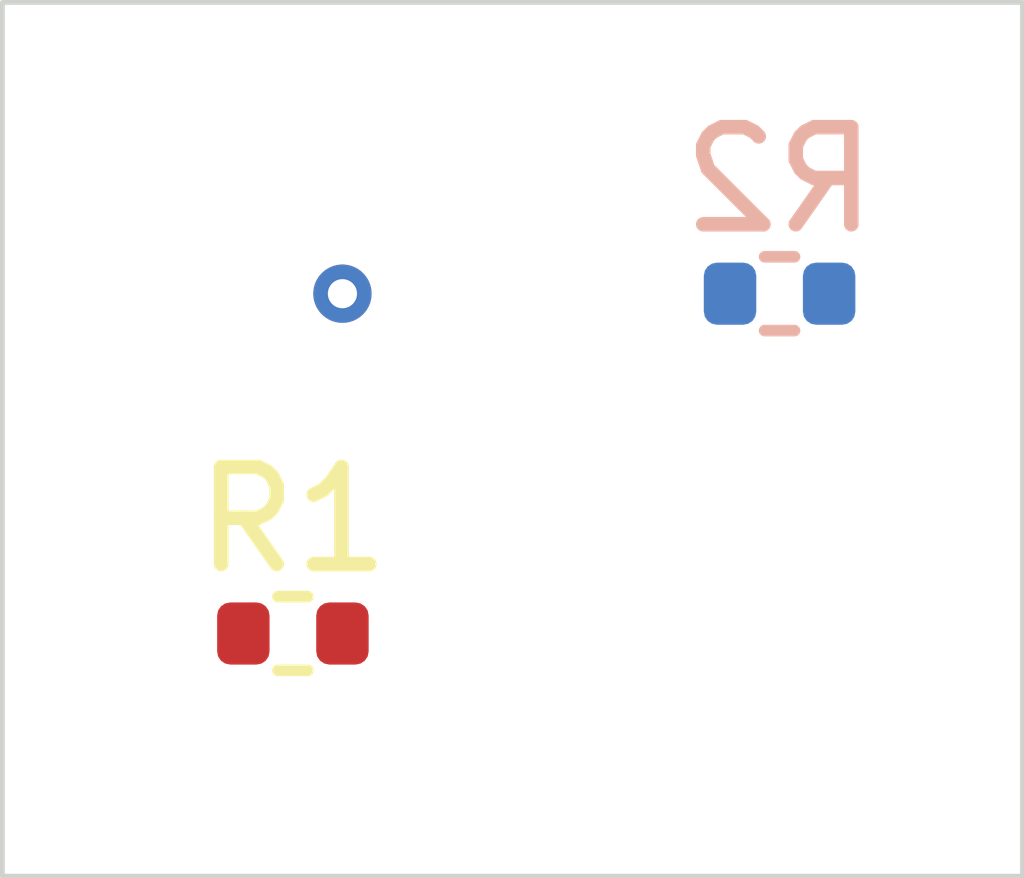
<source format=kicad_pcb>
(kicad_pcb (version 20241229) (generator "pcbnew") (generator_version "9.0")
  (layers (0 "F.Cu" signal) (2 "B.Cu" signal) (13 "F.Paste" user) (15 "B.Paste" user) (5 "F.SilkS" user "F.Silkscreen") (7 "B.SilkS" user "B.Silkscreen") (1 "F.Mask" user) (3 "B.Mask" user) (25 "Edge.Cuts" user))
  (net 0 "")
  (net 2 "Net-(R1-Pad1)")
  (footprint "Resistor_SMD:R_0402_1005Metric" (layer "F.Cu") (at 95.49 73.5)
    (property "Reference" "R1" (at 0 -1.17 0) (layer "F.SilkS"))
    (property "Value" "R")
    (fp_line (start -0.153641 -0.38) (end 0.153641 -0.38) (stroke (width 0.12)) (layer "F.SilkS"))
    (fp_line (start -0.153641 0.38) (end 0.153641 0.38) (stroke (width 0.12)) (layer "F.SilkS"))
    (pad "1" smd roundrect (at -0.51 0) (size 0.54 0.64) (layers "F.Cu" "F.Mask" "F.Paste") (net 2 "Net-(R1-Pad1)"))
    (pad "2" smd roundrect (at 0.51 0) (size 0.54 0.64) (layers "F.Cu" "F.Mask" "F.Paste"))
  )
  (footprint "Resistor_SMD:R_0402_1005Metric" (layer "B.Cu") (at 100.5 70 180)
    (property "Reference" "R2" (at 0 1.17 0) (layer "B.SilkS") (effects (justify mirror)))
    (property "Value" "R")
    (fp_line (start -0.153641 0.38) (end 0.153641 0.38) (stroke (width 0.12)) (layer "B.SilkS"))
    (fp_line (start -0.153641 -0.38) (end 0.153641 -0.38) (stroke (width 0.12)) (layer "B.SilkS"))
    (pad "1" smd roundrect (at -0.51 0 180) (size 0.54 0.64) (layers "B.Cu" "B.Mask" "B.Paste") (net 2 "Net-(R1-Pad1)"))
    (pad "2" smd roundrect (at 0.51 0 180) (size 0.54 0.64) (layers "B.Cu" "B.Mask" "B.Paste"))
  )
  (gr_line (start 103 67) (end 103 76) (stroke (width 0.05)) (layer "Edge.Cuts"))
  (gr_line (start 103 76) (end 92.5 76) (stroke (width 0.05)) (layer "Edge.Cuts"))
  (gr_line (start 92.5 67) (end 103 67) (stroke (width 0.05)) (layer "Edge.Cuts"))
  (gr_line (start 92.5 76) (end 92.5 67) (stroke (width 0.05)) (layer "Edge.Cuts"))
  (via (at 96 70) (size 0.6) (drill 0.3) (layers "F.Cu" "B.Cu") (net 0))
)
</source>
